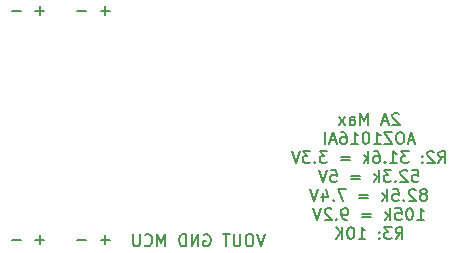
<source format=gbo>
%TF.GenerationSoftware,KiCad,Pcbnew,(6.0.8)*%
%TF.CreationDate,2022-11-18T22:38:32+01:00*%
%TF.ProjectId,Single-DCDC-Converter,53696e67-6c65-42d4-9443-44432d436f6e,rev?*%
%TF.SameCoordinates,Original*%
%TF.FileFunction,Legend,Bot*%
%TF.FilePolarity,Positive*%
%FSLAX46Y46*%
G04 Gerber Fmt 4.6, Leading zero omitted, Abs format (unit mm)*
G04 Created by KiCad (PCBNEW (6.0.8)) date 2022-11-18 22:38:32*
%MOMM*%
%LPD*%
G01*
G04 APERTURE LIST*
%ADD10C,0.150000*%
%ADD11R,1.700000X1.700000*%
%ADD12O,1.700000X1.700000*%
%ADD13C,5.000000*%
%ADD14R,2.000000X4.600000*%
%ADD15O,2.000000X4.200000*%
%ADD16O,4.200000X2.000000*%
G04 APERTURE END LIST*
D10*
X102292857Y-80224380D02*
X101959523Y-81224380D01*
X101626190Y-80224380D01*
X101102380Y-80224380D02*
X100911904Y-80224380D01*
X100816666Y-80272000D01*
X100721428Y-80367238D01*
X100673809Y-80557714D01*
X100673809Y-80891047D01*
X100721428Y-81081523D01*
X100816666Y-81176761D01*
X100911904Y-81224380D01*
X101102380Y-81224380D01*
X101197619Y-81176761D01*
X101292857Y-81081523D01*
X101340476Y-80891047D01*
X101340476Y-80557714D01*
X101292857Y-80367238D01*
X101197619Y-80272000D01*
X101102380Y-80224380D01*
X100245238Y-80224380D02*
X100245238Y-81033904D01*
X100197619Y-81129142D01*
X100150000Y-81176761D01*
X100054761Y-81224380D01*
X99864285Y-81224380D01*
X99769047Y-81176761D01*
X99721428Y-81129142D01*
X99673809Y-81033904D01*
X99673809Y-80224380D01*
X99340476Y-80224380D02*
X98769047Y-80224380D01*
X99054761Y-81224380D02*
X99054761Y-80224380D01*
X97150000Y-80272000D02*
X97245238Y-80224380D01*
X97388095Y-80224380D01*
X97530952Y-80272000D01*
X97626190Y-80367238D01*
X97673809Y-80462476D01*
X97721428Y-80652952D01*
X97721428Y-80795809D01*
X97673809Y-80986285D01*
X97626190Y-81081523D01*
X97530952Y-81176761D01*
X97388095Y-81224380D01*
X97292857Y-81224380D01*
X97150000Y-81176761D01*
X97102380Y-81129142D01*
X97102380Y-80795809D01*
X97292857Y-80795809D01*
X96673809Y-81224380D02*
X96673809Y-80224380D01*
X96102380Y-81224380D01*
X96102380Y-80224380D01*
X95626190Y-81224380D02*
X95626190Y-80224380D01*
X95388095Y-80224380D01*
X95245238Y-80272000D01*
X95150000Y-80367238D01*
X95102380Y-80462476D01*
X95054761Y-80652952D01*
X95054761Y-80795809D01*
X95102380Y-80986285D01*
X95150000Y-81081523D01*
X95245238Y-81176761D01*
X95388095Y-81224380D01*
X95626190Y-81224380D01*
X93864285Y-81224380D02*
X93864285Y-80224380D01*
X93530952Y-80938666D01*
X93197619Y-80224380D01*
X93197619Y-81224380D01*
X92150000Y-81129142D02*
X92197619Y-81176761D01*
X92340476Y-81224380D01*
X92435714Y-81224380D01*
X92578571Y-81176761D01*
X92673809Y-81081523D01*
X92721428Y-80986285D01*
X92769047Y-80795809D01*
X92769047Y-80652952D01*
X92721428Y-80462476D01*
X92673809Y-80367238D01*
X92578571Y-80272000D01*
X92435714Y-80224380D01*
X92340476Y-80224380D01*
X92197619Y-80272000D01*
X92150000Y-80319619D01*
X91721428Y-80224380D02*
X91721428Y-81033904D01*
X91673809Y-81129142D01*
X91626190Y-81176761D01*
X91530952Y-81224380D01*
X91340476Y-81224380D01*
X91245238Y-81176761D01*
X91197619Y-81129142D01*
X91150000Y-81033904D01*
X91150000Y-80224380D01*
X89167857Y-80671428D02*
X88405952Y-80671428D01*
X88786904Y-81052380D02*
X88786904Y-80290476D01*
X87167857Y-80671428D02*
X86405952Y-80671428D01*
X83644047Y-80671428D02*
X82882142Y-80671428D01*
X83263095Y-81052380D02*
X83263095Y-80290476D01*
X81644047Y-80671428D02*
X80882142Y-80671428D01*
X89167857Y-61321428D02*
X88405952Y-61321428D01*
X88786904Y-61702380D02*
X88786904Y-60940476D01*
X87167857Y-61321428D02*
X86405952Y-61321428D01*
X83644047Y-61321428D02*
X82882142Y-61321428D01*
X83263095Y-61702380D02*
X83263095Y-60940476D01*
X81644047Y-61321428D02*
X80882142Y-61321428D01*
X113674209Y-70054019D02*
X113626590Y-70006400D01*
X113531352Y-69958780D01*
X113293257Y-69958780D01*
X113198019Y-70006400D01*
X113150400Y-70054019D01*
X113102780Y-70149257D01*
X113102780Y-70244495D01*
X113150400Y-70387352D01*
X113721828Y-70958780D01*
X113102780Y-70958780D01*
X112721828Y-70673066D02*
X112245638Y-70673066D01*
X112817066Y-70958780D02*
X112483733Y-69958780D01*
X112150400Y-70958780D01*
X111055161Y-70958780D02*
X111055161Y-69958780D01*
X110721828Y-70673066D01*
X110388495Y-69958780D01*
X110388495Y-70958780D01*
X109483733Y-70958780D02*
X109483733Y-70434971D01*
X109531352Y-70339733D01*
X109626590Y-70292114D01*
X109817066Y-70292114D01*
X109912304Y-70339733D01*
X109483733Y-70911161D02*
X109578971Y-70958780D01*
X109817066Y-70958780D01*
X109912304Y-70911161D01*
X109959923Y-70815923D01*
X109959923Y-70720685D01*
X109912304Y-70625447D01*
X109817066Y-70577828D01*
X109578971Y-70577828D01*
X109483733Y-70530209D01*
X109102780Y-70958780D02*
X108578971Y-70292114D01*
X109102780Y-70292114D02*
X108578971Y-70958780D01*
X114959923Y-72283066D02*
X114483733Y-72283066D01*
X115055161Y-72568780D02*
X114721828Y-71568780D01*
X114388495Y-72568780D01*
X113864685Y-71568780D02*
X113674209Y-71568780D01*
X113578971Y-71616400D01*
X113483733Y-71711638D01*
X113436114Y-71902114D01*
X113436114Y-72235447D01*
X113483733Y-72425923D01*
X113578971Y-72521161D01*
X113674209Y-72568780D01*
X113864685Y-72568780D01*
X113959923Y-72521161D01*
X114055161Y-72425923D01*
X114102780Y-72235447D01*
X114102780Y-71902114D01*
X114055161Y-71711638D01*
X113959923Y-71616400D01*
X113864685Y-71568780D01*
X113102780Y-71568780D02*
X112436114Y-71568780D01*
X113102780Y-72568780D01*
X112436114Y-72568780D01*
X111531352Y-72568780D02*
X112102780Y-72568780D01*
X111817066Y-72568780D02*
X111817066Y-71568780D01*
X111912304Y-71711638D01*
X112007542Y-71806876D01*
X112102780Y-71854495D01*
X110912304Y-71568780D02*
X110817066Y-71568780D01*
X110721828Y-71616400D01*
X110674209Y-71664019D01*
X110626590Y-71759257D01*
X110578971Y-71949733D01*
X110578971Y-72187828D01*
X110626590Y-72378304D01*
X110674209Y-72473542D01*
X110721828Y-72521161D01*
X110817066Y-72568780D01*
X110912304Y-72568780D01*
X111007542Y-72521161D01*
X111055161Y-72473542D01*
X111102780Y-72378304D01*
X111150400Y-72187828D01*
X111150400Y-71949733D01*
X111102780Y-71759257D01*
X111055161Y-71664019D01*
X111007542Y-71616400D01*
X110912304Y-71568780D01*
X109626590Y-72568780D02*
X110198019Y-72568780D01*
X109912304Y-72568780D02*
X109912304Y-71568780D01*
X110007542Y-71711638D01*
X110102780Y-71806876D01*
X110198019Y-71854495D01*
X108769447Y-71568780D02*
X108959923Y-71568780D01*
X109055161Y-71616400D01*
X109102780Y-71664019D01*
X109198019Y-71806876D01*
X109245638Y-71997352D01*
X109245638Y-72378304D01*
X109198019Y-72473542D01*
X109150400Y-72521161D01*
X109055161Y-72568780D01*
X108864685Y-72568780D01*
X108769447Y-72521161D01*
X108721828Y-72473542D01*
X108674209Y-72378304D01*
X108674209Y-72140209D01*
X108721828Y-72044971D01*
X108769447Y-71997352D01*
X108864685Y-71949733D01*
X109055161Y-71949733D01*
X109150400Y-71997352D01*
X109198019Y-72044971D01*
X109245638Y-72140209D01*
X108293257Y-72283066D02*
X107817066Y-72283066D01*
X108388495Y-72568780D02*
X108055161Y-71568780D01*
X107721828Y-72568780D01*
X107388495Y-72568780D02*
X107388495Y-71568780D01*
X117007542Y-74178780D02*
X117340876Y-73702590D01*
X117578971Y-74178780D02*
X117578971Y-73178780D01*
X117198019Y-73178780D01*
X117102780Y-73226400D01*
X117055161Y-73274019D01*
X117007542Y-73369257D01*
X117007542Y-73512114D01*
X117055161Y-73607352D01*
X117102780Y-73654971D01*
X117198019Y-73702590D01*
X117578971Y-73702590D01*
X116626590Y-73274019D02*
X116578971Y-73226400D01*
X116483733Y-73178780D01*
X116245638Y-73178780D01*
X116150400Y-73226400D01*
X116102780Y-73274019D01*
X116055161Y-73369257D01*
X116055161Y-73464495D01*
X116102780Y-73607352D01*
X116674209Y-74178780D01*
X116055161Y-74178780D01*
X115626590Y-74083542D02*
X115578971Y-74131161D01*
X115626590Y-74178780D01*
X115674209Y-74131161D01*
X115626590Y-74083542D01*
X115626590Y-74178780D01*
X115626590Y-73559733D02*
X115578971Y-73607352D01*
X115626590Y-73654971D01*
X115674209Y-73607352D01*
X115626590Y-73559733D01*
X115626590Y-73654971D01*
X114483733Y-73178780D02*
X113864685Y-73178780D01*
X114198019Y-73559733D01*
X114055161Y-73559733D01*
X113959923Y-73607352D01*
X113912304Y-73654971D01*
X113864685Y-73750209D01*
X113864685Y-73988304D01*
X113912304Y-74083542D01*
X113959923Y-74131161D01*
X114055161Y-74178780D01*
X114340876Y-74178780D01*
X114436114Y-74131161D01*
X114483733Y-74083542D01*
X112912304Y-74178780D02*
X113483733Y-74178780D01*
X113198019Y-74178780D02*
X113198019Y-73178780D01*
X113293257Y-73321638D01*
X113388495Y-73416876D01*
X113483733Y-73464495D01*
X112483733Y-74083542D02*
X112436114Y-74131161D01*
X112483733Y-74178780D01*
X112531352Y-74131161D01*
X112483733Y-74083542D01*
X112483733Y-74178780D01*
X111578971Y-73178780D02*
X111769447Y-73178780D01*
X111864685Y-73226400D01*
X111912304Y-73274019D01*
X112007542Y-73416876D01*
X112055161Y-73607352D01*
X112055161Y-73988304D01*
X112007542Y-74083542D01*
X111959923Y-74131161D01*
X111864685Y-74178780D01*
X111674209Y-74178780D01*
X111578971Y-74131161D01*
X111531352Y-74083542D01*
X111483733Y-73988304D01*
X111483733Y-73750209D01*
X111531352Y-73654971D01*
X111578971Y-73607352D01*
X111674209Y-73559733D01*
X111864685Y-73559733D01*
X111959923Y-73607352D01*
X112007542Y-73654971D01*
X112055161Y-73750209D01*
X111055161Y-74178780D02*
X111055161Y-73178780D01*
X110959923Y-73797828D02*
X110674209Y-74178780D01*
X110674209Y-73512114D02*
X111055161Y-73893066D01*
X109483733Y-73654971D02*
X108721828Y-73654971D01*
X108721828Y-73940685D02*
X109483733Y-73940685D01*
X107578971Y-73178780D02*
X106959923Y-73178780D01*
X107293257Y-73559733D01*
X107150400Y-73559733D01*
X107055161Y-73607352D01*
X107007542Y-73654971D01*
X106959923Y-73750209D01*
X106959923Y-73988304D01*
X107007542Y-74083542D01*
X107055161Y-74131161D01*
X107150400Y-74178780D01*
X107436114Y-74178780D01*
X107531352Y-74131161D01*
X107578971Y-74083542D01*
X106531352Y-74083542D02*
X106483733Y-74131161D01*
X106531352Y-74178780D01*
X106578971Y-74131161D01*
X106531352Y-74083542D01*
X106531352Y-74178780D01*
X106150400Y-73178780D02*
X105531352Y-73178780D01*
X105864685Y-73559733D01*
X105721828Y-73559733D01*
X105626590Y-73607352D01*
X105578971Y-73654971D01*
X105531352Y-73750209D01*
X105531352Y-73988304D01*
X105578971Y-74083542D01*
X105626590Y-74131161D01*
X105721828Y-74178780D01*
X106007542Y-74178780D01*
X106102780Y-74131161D01*
X106150400Y-74083542D01*
X105245638Y-73178780D02*
X104912304Y-74178780D01*
X104578971Y-73178780D01*
X114793257Y-74788780D02*
X115269447Y-74788780D01*
X115317066Y-75264971D01*
X115269447Y-75217352D01*
X115174209Y-75169733D01*
X114936114Y-75169733D01*
X114840876Y-75217352D01*
X114793257Y-75264971D01*
X114745638Y-75360209D01*
X114745638Y-75598304D01*
X114793257Y-75693542D01*
X114840876Y-75741161D01*
X114936114Y-75788780D01*
X115174209Y-75788780D01*
X115269447Y-75741161D01*
X115317066Y-75693542D01*
X114364685Y-74884019D02*
X114317066Y-74836400D01*
X114221828Y-74788780D01*
X113983733Y-74788780D01*
X113888495Y-74836400D01*
X113840876Y-74884019D01*
X113793257Y-74979257D01*
X113793257Y-75074495D01*
X113840876Y-75217352D01*
X114412304Y-75788780D01*
X113793257Y-75788780D01*
X113364685Y-75693542D02*
X113317066Y-75741161D01*
X113364685Y-75788780D01*
X113412304Y-75741161D01*
X113364685Y-75693542D01*
X113364685Y-75788780D01*
X112983733Y-74788780D02*
X112364685Y-74788780D01*
X112698019Y-75169733D01*
X112555161Y-75169733D01*
X112459923Y-75217352D01*
X112412304Y-75264971D01*
X112364685Y-75360209D01*
X112364685Y-75598304D01*
X112412304Y-75693542D01*
X112459923Y-75741161D01*
X112555161Y-75788780D01*
X112840876Y-75788780D01*
X112936114Y-75741161D01*
X112983733Y-75693542D01*
X111936114Y-75788780D02*
X111936114Y-74788780D01*
X111840876Y-75407828D02*
X111555161Y-75788780D01*
X111555161Y-75122114D02*
X111936114Y-75503066D01*
X110364685Y-75264971D02*
X109602780Y-75264971D01*
X109602780Y-75550685D02*
X110364685Y-75550685D01*
X107888495Y-74788780D02*
X108364685Y-74788780D01*
X108412304Y-75264971D01*
X108364685Y-75217352D01*
X108269447Y-75169733D01*
X108031352Y-75169733D01*
X107936114Y-75217352D01*
X107888495Y-75264971D01*
X107840876Y-75360209D01*
X107840876Y-75598304D01*
X107888495Y-75693542D01*
X107936114Y-75741161D01*
X108031352Y-75788780D01*
X108269447Y-75788780D01*
X108364685Y-75741161D01*
X108412304Y-75693542D01*
X107555161Y-74788780D02*
X107221828Y-75788780D01*
X106888495Y-74788780D01*
X115840876Y-76827352D02*
X115936114Y-76779733D01*
X115983733Y-76732114D01*
X116031352Y-76636876D01*
X116031352Y-76589257D01*
X115983733Y-76494019D01*
X115936114Y-76446400D01*
X115840876Y-76398780D01*
X115650400Y-76398780D01*
X115555161Y-76446400D01*
X115507542Y-76494019D01*
X115459923Y-76589257D01*
X115459923Y-76636876D01*
X115507542Y-76732114D01*
X115555161Y-76779733D01*
X115650400Y-76827352D01*
X115840876Y-76827352D01*
X115936114Y-76874971D01*
X115983733Y-76922590D01*
X116031352Y-77017828D01*
X116031352Y-77208304D01*
X115983733Y-77303542D01*
X115936114Y-77351161D01*
X115840876Y-77398780D01*
X115650400Y-77398780D01*
X115555161Y-77351161D01*
X115507542Y-77303542D01*
X115459923Y-77208304D01*
X115459923Y-77017828D01*
X115507542Y-76922590D01*
X115555161Y-76874971D01*
X115650400Y-76827352D01*
X115078971Y-76494019D02*
X115031352Y-76446400D01*
X114936114Y-76398780D01*
X114698019Y-76398780D01*
X114602780Y-76446400D01*
X114555161Y-76494019D01*
X114507542Y-76589257D01*
X114507542Y-76684495D01*
X114555161Y-76827352D01*
X115126590Y-77398780D01*
X114507542Y-77398780D01*
X114078971Y-77303542D02*
X114031352Y-77351161D01*
X114078971Y-77398780D01*
X114126590Y-77351161D01*
X114078971Y-77303542D01*
X114078971Y-77398780D01*
X113126590Y-76398780D02*
X113602780Y-76398780D01*
X113650400Y-76874971D01*
X113602780Y-76827352D01*
X113507542Y-76779733D01*
X113269447Y-76779733D01*
X113174209Y-76827352D01*
X113126590Y-76874971D01*
X113078971Y-76970209D01*
X113078971Y-77208304D01*
X113126590Y-77303542D01*
X113174209Y-77351161D01*
X113269447Y-77398780D01*
X113507542Y-77398780D01*
X113602780Y-77351161D01*
X113650400Y-77303542D01*
X112650400Y-77398780D02*
X112650400Y-76398780D01*
X112555161Y-77017828D02*
X112269447Y-77398780D01*
X112269447Y-76732114D02*
X112650400Y-77113066D01*
X111078971Y-76874971D02*
X110317066Y-76874971D01*
X110317066Y-77160685D02*
X111078971Y-77160685D01*
X109174209Y-76398780D02*
X108507542Y-76398780D01*
X108936114Y-77398780D01*
X108126590Y-77303542D02*
X108078971Y-77351161D01*
X108126590Y-77398780D01*
X108174209Y-77351161D01*
X108126590Y-77303542D01*
X108126590Y-77398780D01*
X107221828Y-76732114D02*
X107221828Y-77398780D01*
X107459923Y-76351161D02*
X107698019Y-77065447D01*
X107078971Y-77065447D01*
X106840876Y-76398780D02*
X106507542Y-77398780D01*
X106174209Y-76398780D01*
X115221828Y-79008780D02*
X115793257Y-79008780D01*
X115507542Y-79008780D02*
X115507542Y-78008780D01*
X115602780Y-78151638D01*
X115698019Y-78246876D01*
X115793257Y-78294495D01*
X114602780Y-78008780D02*
X114507542Y-78008780D01*
X114412304Y-78056400D01*
X114364685Y-78104019D01*
X114317066Y-78199257D01*
X114269447Y-78389733D01*
X114269447Y-78627828D01*
X114317066Y-78818304D01*
X114364685Y-78913542D01*
X114412304Y-78961161D01*
X114507542Y-79008780D01*
X114602780Y-79008780D01*
X114698019Y-78961161D01*
X114745638Y-78913542D01*
X114793257Y-78818304D01*
X114840876Y-78627828D01*
X114840876Y-78389733D01*
X114793257Y-78199257D01*
X114745638Y-78104019D01*
X114698019Y-78056400D01*
X114602780Y-78008780D01*
X113364685Y-78008780D02*
X113840876Y-78008780D01*
X113888495Y-78484971D01*
X113840876Y-78437352D01*
X113745638Y-78389733D01*
X113507542Y-78389733D01*
X113412304Y-78437352D01*
X113364685Y-78484971D01*
X113317066Y-78580209D01*
X113317066Y-78818304D01*
X113364685Y-78913542D01*
X113412304Y-78961161D01*
X113507542Y-79008780D01*
X113745638Y-79008780D01*
X113840876Y-78961161D01*
X113888495Y-78913542D01*
X112888495Y-79008780D02*
X112888495Y-78008780D01*
X112793257Y-78627828D02*
X112507542Y-79008780D01*
X112507542Y-78342114D02*
X112888495Y-78723066D01*
X111317066Y-78484971D02*
X110555161Y-78484971D01*
X110555161Y-78770685D02*
X111317066Y-78770685D01*
X109269447Y-79008780D02*
X109078971Y-79008780D01*
X108983733Y-78961161D01*
X108936114Y-78913542D01*
X108840876Y-78770685D01*
X108793257Y-78580209D01*
X108793257Y-78199257D01*
X108840876Y-78104019D01*
X108888495Y-78056400D01*
X108983733Y-78008780D01*
X109174209Y-78008780D01*
X109269447Y-78056400D01*
X109317066Y-78104019D01*
X109364685Y-78199257D01*
X109364685Y-78437352D01*
X109317066Y-78532590D01*
X109269447Y-78580209D01*
X109174209Y-78627828D01*
X108983733Y-78627828D01*
X108888495Y-78580209D01*
X108840876Y-78532590D01*
X108793257Y-78437352D01*
X108364685Y-78913542D02*
X108317066Y-78961161D01*
X108364685Y-79008780D01*
X108412304Y-78961161D01*
X108364685Y-78913542D01*
X108364685Y-79008780D01*
X107936114Y-78104019D02*
X107888495Y-78056400D01*
X107793257Y-78008780D01*
X107555161Y-78008780D01*
X107459923Y-78056400D01*
X107412304Y-78104019D01*
X107364685Y-78199257D01*
X107364685Y-78294495D01*
X107412304Y-78437352D01*
X107983733Y-79008780D01*
X107364685Y-79008780D01*
X107078971Y-78008780D02*
X106745638Y-79008780D01*
X106412304Y-78008780D01*
X113388495Y-80618780D02*
X113721828Y-80142590D01*
X113959923Y-80618780D02*
X113959923Y-79618780D01*
X113578971Y-79618780D01*
X113483733Y-79666400D01*
X113436114Y-79714019D01*
X113388495Y-79809257D01*
X113388495Y-79952114D01*
X113436114Y-80047352D01*
X113483733Y-80094971D01*
X113578971Y-80142590D01*
X113959923Y-80142590D01*
X113055161Y-79618780D02*
X112436114Y-79618780D01*
X112769447Y-79999733D01*
X112626590Y-79999733D01*
X112531352Y-80047352D01*
X112483733Y-80094971D01*
X112436114Y-80190209D01*
X112436114Y-80428304D01*
X112483733Y-80523542D01*
X112531352Y-80571161D01*
X112626590Y-80618780D01*
X112912304Y-80618780D01*
X113007542Y-80571161D01*
X113055161Y-80523542D01*
X112007542Y-80523542D02*
X111959923Y-80571161D01*
X112007542Y-80618780D01*
X112055161Y-80571161D01*
X112007542Y-80523542D01*
X112007542Y-80618780D01*
X112007542Y-79999733D02*
X111959923Y-80047352D01*
X112007542Y-80094971D01*
X112055161Y-80047352D01*
X112007542Y-79999733D01*
X112007542Y-80094971D01*
X110245638Y-80618780D02*
X110817066Y-80618780D01*
X110531352Y-80618780D02*
X110531352Y-79618780D01*
X110626590Y-79761638D01*
X110721828Y-79856876D01*
X110817066Y-79904495D01*
X109626590Y-79618780D02*
X109531352Y-79618780D01*
X109436114Y-79666400D01*
X109388495Y-79714019D01*
X109340876Y-79809257D01*
X109293257Y-79999733D01*
X109293257Y-80237828D01*
X109340876Y-80428304D01*
X109388495Y-80523542D01*
X109436114Y-80571161D01*
X109531352Y-80618780D01*
X109626590Y-80618780D01*
X109721828Y-80571161D01*
X109769447Y-80523542D01*
X109817066Y-80428304D01*
X109864685Y-80237828D01*
X109864685Y-79999733D01*
X109817066Y-79809257D01*
X109769447Y-79714019D01*
X109721828Y-79666400D01*
X109626590Y-79618780D01*
X108864685Y-80618780D02*
X108864685Y-79618780D01*
X108293257Y-80618780D02*
X108721828Y-80047352D01*
X108293257Y-79618780D02*
X108864685Y-80190209D01*
%LPC*%
D11*
X99060000Y-78740000D03*
D12*
X96520000Y-78740000D03*
X93980000Y-78740000D03*
D13*
X75200000Y-62520000D03*
X116530000Y-62520000D03*
D11*
X101600000Y-63500000D03*
D12*
X104140000Y-63500000D03*
X106680000Y-63500000D03*
D11*
X81280000Y-63500000D03*
D12*
X83820000Y-63500000D03*
X86360000Y-63500000D03*
X88900000Y-63500000D03*
D13*
X75200000Y-78860000D03*
D14*
X86690200Y-70393800D03*
D15*
X80390200Y-70393800D03*
D16*
X83790200Y-75193800D03*
D11*
X81280000Y-78740000D03*
D12*
X83820000Y-78740000D03*
X86360000Y-78740000D03*
X88900000Y-78740000D03*
M02*

</source>
